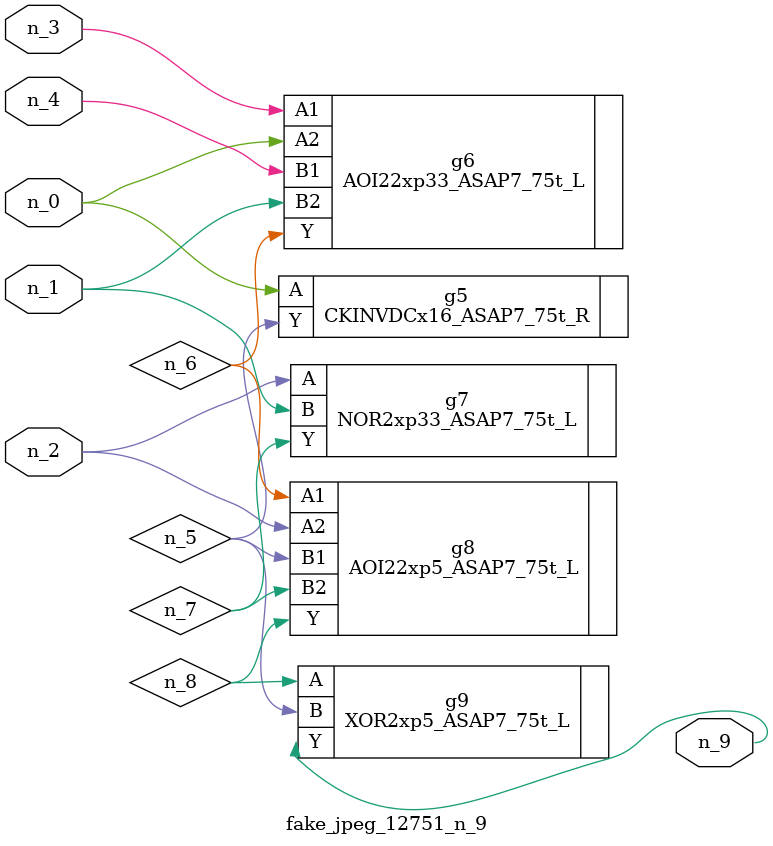
<source format=v>
module fake_jpeg_12751_n_9 (n_3, n_2, n_1, n_0, n_4, n_9);

input n_3;
input n_2;
input n_1;
input n_0;
input n_4;

output n_9;

wire n_8;
wire n_6;
wire n_5;
wire n_7;

CKINVDCx16_ASAP7_75t_R g5 ( 
.A(n_0),
.Y(n_5)
);

AOI22xp33_ASAP7_75t_L g6 ( 
.A1(n_3),
.A2(n_0),
.B1(n_4),
.B2(n_1),
.Y(n_6)
);

NOR2xp33_ASAP7_75t_L g7 ( 
.A(n_2),
.B(n_1),
.Y(n_7)
);

AOI22xp5_ASAP7_75t_L g8 ( 
.A1(n_6),
.A2(n_2),
.B1(n_5),
.B2(n_7),
.Y(n_8)
);

XOR2xp5_ASAP7_75t_L g9 ( 
.A(n_8),
.B(n_5),
.Y(n_9)
);


endmodule
</source>
